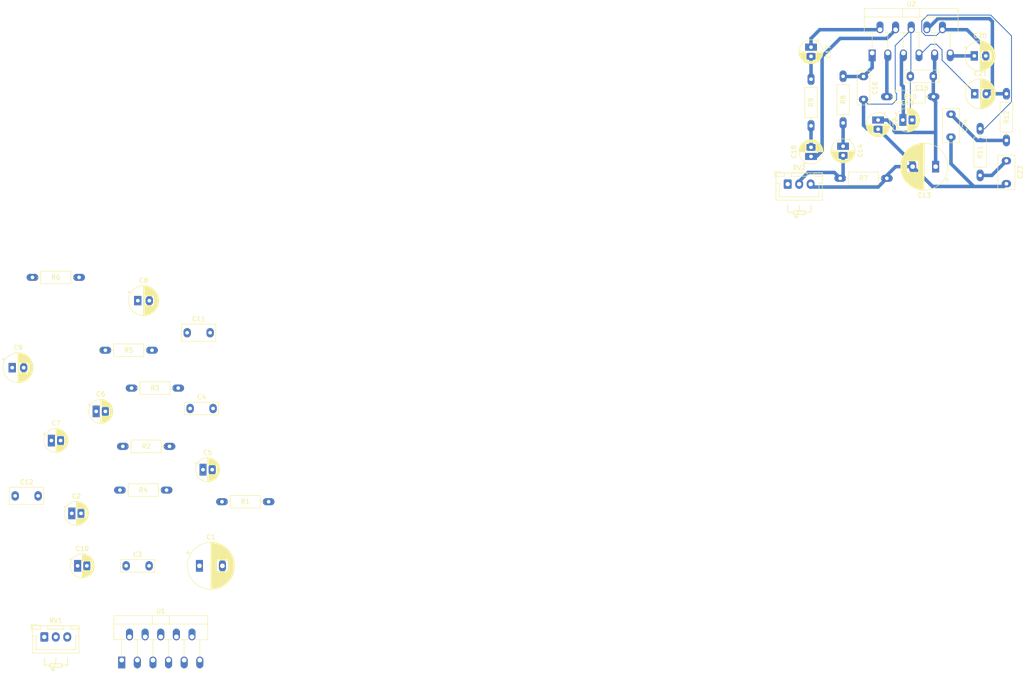
<source format=kicad_pcb>
(kicad_pcb (version 20211014) (generator pcbnew)
  (layers (0 "F.Cu" signal) (31 "B.Cu" signal) (34 "B.Paste" user) (35 "F.Paste" user) (36 "B.SilkS" user "B.Silkscreen") (37 "F.SilkS" user "F.Silkscreen") (38 "B.Mask" user) (39 "F.Mask" user) (44 "Edge.Cuts" user))
  (net 0 "")
  (net 1 "VCC")
  (net 2 "GND")
  (net 3 "Net-(C2-Pad1)")
  (net 4 "Net-(C2-Pad2)")
  (net 5 "Net-(C4-Pad1)")
  (net 6 "Net-(C5-Pad1)")
  (net 7 "Net-(C5-Pad2)")
  (net 8 "Net-(C6-Pad1)")
  (net 9 "Net-(C6-Pad2)")
  (net 10 "Net-(C7-Pad1)")
  (net 11 "Net-(C8-Pad1)")
  (net 12 "/Left Out +")
  (net 13 "Net-(C9-Pad1)")
  (net 14 "/Left Out -")
  (net 15 "Net-(C11-Pad1)")
  (net 16 "Net-(C12-Pad1)")
  (net 17 "Net-(C14-Pad1)")
  (net 18 "Net-(C14-Pad2)")
  (net 19 "Net-(C16-Pad1)")
  (net 20 "Net-(C17-Pad1)")
  (net 21 "Net-(C17-Pad2)")
  (net 22 "Net-(C18-Pad1)")
  (net 23 "Net-(C18-Pad2)")
  (net 24 "Net-(C19-Pad1)")
  (net 25 "Net-(C20-Pad1)")
  (net 26 "/Right Out +")
  (net 27 "Net-(C21-Pad1)")
  (net 28 "/Right Out -")
  (net 29 "Net-(C23-Pad1)")
  (net 30 "Net-(C24-Pad1)")
  (net 31 "Net-(R4-Pad2)")
  (net 32 "Net-(R10-Pad2)")
  (net 33 "/Left In")
  (net 34 "/Right In")
  (footprint "My_Misc:CP_Radial_D5.0mm_P2.00mm_larger" (layer "F.Cu") (at 190.5 80.965113 90)
    (fp_text reference "C18" (at 1 -3.75 90) (layer "F.SilkS"))
    (fp_text value "47u/25V")
    (pad "1" thru_hole rect (at 0 0 90) (size 1.524 2.54) (drill 0.8) (layers *.Cu *.Mask) (net 22 "Net-(C18-Pad1)"))
    (pad "2" thru_hole oval (at 2 0 90) (size 1.524 2.54) (drill 0.8) (layers *.Cu *.Mask) (net 23 "Net-(C18-Pad2)"))
  )
  (footprint "My_Misc:C_Rect_L7.2mm_W3.5mm_P5.00mm_FKS2_FKP2_MKS2_MKP2 large" (layer "F.Cu") (at 54.65 119.38)
    (fp_text reference "C11" (at 2.5 -3) (layer "F.SilkS"))
    (fp_text value "270n")
    (pad "1" thru_hole oval (at 0 0) (size 1.6 2.032) (drill 0.8) (layers *.Cu *.Mask) (net 15 "Net-(C11-Pad1)"))
    (pad "2" thru_hole oval (at 5 0) (size 1.6 2.032) (drill 0.8) (layers *.Cu *.Mask) (net 2 "GND"))
  )
  (footprint "My_Misc:CP_Radial_D5.0mm_P2.00mm_larger" (layer "F.Cu") (at 29.524888 158.75)
    (fp_text reference "C2" (at 1 -3.75) (layer "F.SilkS"))
    (fp_text value "1u/50V")
    (pad "1" thru_hole rect (at 0 0) (size 1.524 2.54) (drill 0.8) (layers *.Cu *.Mask) (net 3 "Net-(C2-Pad1)"))
    (pad "2" thru_hole oval (at 2 0) (size 1.524 2.54) (drill 0.8) (layers *.Cu *.Mask) (net 4 "Net-(C2-Pad2)"))
  )
  (footprint "My_Misc:CP_Radial_D5.0mm_P2.00mm_larger" (layer "F.Cu") (at 190.5 57.15 -90)
    (fp_text reference "C17" (at 1 -3.75 90) (layer "F.SilkS"))
    (fp_text value "47u/25V")
    (pad "1" thru_hole rect (at 0 0 270) (size 1.524 2.54) (drill 0.8) (layers *.Cu *.Mask) (net 20 "Net-(C17-Pad1)"))
    (pad "2" thru_hole oval (at 2 0 270) (size 1.524 2.54) (drill 0.8) (layers *.Cu *.Mask) (net 21 "Net-(C17-Pad2)"))
  )
  (footprint "My_Misc:CP_Radial_D6.3mm_P2.50mm_large" (layer "F.Cu") (at 16.55 127)
    (fp_text reference "C9" (at 1.25 -4.4) (layer "F.SilkS"))
    (fp_text value "100u/25V")
    (pad "1" thru_hole rect (at 0 0) (size 1.6 2.032) (drill 0.8) (layers *.Cu *.Mask) (net 13 "Net-(C9-Pad1)"))
    (pad "2" thru_hole oval (at 2.5 0) (size 1.6 2.032) (drill 0.8) (layers *.Cu *.Mask) (net 14 "/Left Out -"))
  )
  (footprint "My_Misc:R_Axial_DIN0207_L6.3mm_D2.5mm_P10.16mm_Horizontal_larger_pads" (layer "F.Cu") (at 196.85 85.725)
    (fp_text reference "R7" (at 5.08 0) (layer "F.SilkS"))
    (fp_text value "100k" hide)
    (pad "1" thru_hole oval (at 0 0) (size 2.54 1.524) (drill 0.8) (layers *.Cu *.Mask) (net 18 "Net-(C14-Pad2)"))
    (pad "2" thru_hole oval (at 10.16 0) (size 2.54 1.524) (drill 0.8) (layers *.Cu *.Mask) (net 2 "GND"))
  )
  (footprint "My_Misc:CP_Radial_D5.0mm_P2.00mm_larger" (layer "F.Cu") (at 197.485 78.74 -90)
    (fp_text reference "C14" (at 1 -3.75 90) (layer "F.SilkS"))
    (fp_text value "1u/50V")
    (pad "1" thru_hole rect (at 0 0 270) (size 1.524 2.54) (drill 0.8) (layers *.Cu *.Mask) (net 17 "Net-(C14-Pad1)"))
    (pad "2" thru_hole oval (at 2 0 270) (size 1.524 2.54) (drill 0.8) (layers *.Cu *.Mask) (net 18 "Net-(C14-Pad2)"))
  )
  (footprint "My_Misc:TO-220-11_P3.4x5.08mm_StaggerOdd_Lead4.85mm_Vertical_large" (layer "F.Cu") (at 40.395 190.7285)
    (fp_text reference "U1" (at 8.5 -10.7) (layer "F.SilkS"))
    (fp_text value "TDA2005")
    (pad "1" thru_hole rect (at 0 0) (size 1.524 2.54) (drill 1 (offset 0 0.508)) (layers *.Cu *.Mask) (net 5 "Net-(C4-Pad1)"))
    (pad "2" thru_hole oval (at 1.7 -5.08) (size 1.524 2.54) (drill 1 (offset 0 -0.508)) (layers *.Cu *.Mask) (net 6 "Net-(C5-Pad1)"))
    (pad "3" thru_hole oval (at 3.400001 0) (size 1.524 2.54) (drill 1 (offset 0 0.508)) (layers *.Cu *.Mask) (net 31 "Net-(R4-Pad2)"))
    (pad "4" thru_hole oval (at 5.1 -5.08) (size 1.524 2.54) (drill 1 (offset 0 -0.508)) (layers *.Cu *.Mask) (net 8 "Net-(C6-Pad1)"))
    (pad "5" thru_hole oval (at 6.799999 0) (size 1.524 2.54) (drill 1 (offset 0 0.508)) (layers *.Cu *.Mask) (net 10 "Net-(C7-Pad1)"))
    (pad "6" thru_hole oval (at 8.500001 -5.08) (size 1.524 2.54) (drill 1 (offset 0 -0.508)) (layers *.Cu *.Mask) (net 2 "GND"))
    (pad "7" thru_hole oval (at 10.2 0) (size 1.524 2.54) (drill 1 (offset 0 0.508)) (layers *.Cu *.Mask) (net 13 "Net-(C9-Pad1)"))
    (pad "8" thru_hole oval (at 11.899999 -5.08) (size 1.524 2.54) (drill 1 (offset 0 -0.508)) (layers *.Cu *.Mask) (net 14 "/Left Out -"))
    (pad "9" thru_hole oval (at 13.600001 0) (size 1.524 2.54) (drill 1 (offset 0 0.508)) (layers *.Cu *.Mask) (net 1 "VCC"))
    (pad "10" thru_hole oval (at 15.3 -5.08) (size 1.524 2.54) (drill 1 (offset 0 -0.508)) (layers *.Cu *.Mask) (net 12 "/Left Out +"))
    (pad "11" thru_hole oval (at 16.999999 0) (size 1.524 2.54) (drill 1 (offset 0 0.508)) (layers *.Cu *.Mask) (net 11 "Net-(C8-Pad1)"))
  )
  (footprint "My_Misc:C_Rect_L7.2mm_W2.5mm_P5.00mm_FKS2_FKP2_MKS2_MKP2 large" (layer "F.Cu") (at 55.285 135.89)
    (fp_text reference "C4" (at 2.5 -2.5) (layer "F.SilkS"))
    (fp_text value "1n")
    (pad "1" thru_hole oval (at 0 0) (size 1.6 2.032) (drill 0.8) (layers *.Cu *.Mask) (net 5 "Net-(C4-Pad1)"))
    (pad "2" thru_hole oval (at 5 0) (size 1.6 2.032) (drill 0.8) (layers *.Cu *.Mask) (net 2 "GND"))
  )
  (footprint "My_Misc:R_Axial_DIN0207_L6.3mm_D2.5mm_P10.16mm_Horizontal_larger_pads" (layer "F.Cu") (at 40.64 144.145)
    (fp_text reference "R2" (at 5.08 0) (layer "F.SilkS"))
    (fp_text value "4.7k" hide)
    (pad "1" thru_hole oval (at 0 0) (size 2.54 1.524) (drill 0.8) (layers *.Cu *.Mask) (net 3 "Net-(C2-Pad1)"))
    (pad "2" thru_hole oval (at 10.16 0) (size 2.54 1.524) (drill 0.8) (layers *.Cu *.Mask) (net 5 "Net-(C4-Pad1)"))
  )
  (footprint "My_Misc:C_Rect_L7.2mm_W3.5mm_P5.00mm_FKS2_FKP2_MKS2_MKP2 large" (layer "F.Cu") (at 233.045 81.915 -90)
    (fp_text reference "C23" (at 2.5 -3 90) (layer "F.SilkS"))
    (fp_text value "270n")
    (pad "1" thru_hole oval (at 0 0 270) (size 1.6 2.032) (drill 0.8) (layers *.Cu *.Mask) (net 29 "Net-(C23-Pad1)"))
    (pad "2" thru_hole oval (at 5 0 270) (size 1.6 2.032) (drill 0.8) (layers *.Cu *.Mask) (net 2 "GND"))
  )
  (footprint "My_Misc:CP_Radial_D5.0mm_P2.00mm_larger" (layer "F.Cu") (at 210.499888 73.025)
    (fp_text reference "C19" (at 1 -3.75) (layer "F.SilkS"))
    (fp_text value "1u/50V")
    (pad "1" thru_hole rect (at 0 0) (size 1.524 2.54) (drill 0.8) (layers *.Cu *.Mask) (net 24 "Net-(C19-Pad1)"))
    (pad "2" thru_hole oval (at 2 0) (size 1.524 2.54) (drill 0.8) (layers *.Cu *.Mask) (net 2 "GND"))
  )
  (footprint "My_Misc:R_Axial_DIN0207_L6.3mm_D2.5mm_P10.16mm_Horizontal_larger_pads" (layer "F.Cu") (at 40.005 153.67)
    (fp_text reference "R4" (at 5.08 0) (layer "F.SilkS"))
    (fp_text value "120k" hide)
    (pad "1" thru_hole oval (at 0 0) (size 2.54 1.524) (drill 0.8) (layers *.Cu *.Mask) (net 1 "VCC"))
    (pad "2" thru_hole oval (at 10.16 0) (size 2.54 1.524) (drill 0.8) (layers *.Cu *.Mask) (net 31 "Net-(R4-Pad2)"))
  )
  (footprint "My_Misc:R_Axial_DIN0207_L6.3mm_D2.5mm_P10.16mm_Horizontal_larger_pads" (layer "F.Cu") (at 227.33 74.93 -90)
    (fp_text reference "R11" (at 5.08 0 -270) (layer "F.SilkS"))
    (fp_text value "1R" hide)
    (pad "1" thru_hole oval (at 0 0 270) (size 2.54 1.524) (drill 0.8) (layers *.Cu *.Mask) (net 26 "/Right Out +"))
    (pad "2" thru_hole oval (at 10.16 0 270) (size 2.54 1.524) (drill 0.8) (layers *.Cu *.Mask) (net 29 "Net-(C23-Pad1)"))
  )
  (footprint "My_Misc:R_Axial_DIN0207_L6.3mm_D2.5mm_P10.16mm_Horizontal_larger_pads" (layer "F.Cu") (at 42.545 131.445)
    (fp_text reference "R3" (at 5.08 0) (layer "F.SilkS"))
    (fp_text value "330R" hide)
    (pad "1" thru_hole oval (at 0 0) (size 2.54 1.524) (drill 0.8) (layers *.Cu *.Mask) (net 7 "Net-(C5-Pad2)"))
    (pad "2" thru_hole oval (at 10.16 0) (size 2.54 1.524) (drill 0.8) (layers *.Cu *.Mask) (net 9 "Net-(C6-Pad2)"))
  )
  (footprint "My_Misc:CP_Radial_D10.0mm_P5.00mm_larger" (layer "F.Cu") (at 57.322323 170.18)
    (fp_text reference "C1" (at 2.5 -6.25) (layer "F.SilkS"))
    (fp_text value "470u/25V")
    (pad "1" thru_hole rect (at 0 0) (size 1.524 2.54) (drill 1) (layers *.Cu *.Mask) (net 1 "VCC"))
    (pad "2" thru_hole oval (at 5 0) (size 1.524 2.54) (drill 1) (layers *.Cu *.Mask) (net 2 "GND"))
  )
  (footprint "My_Misc:C_Rect_L7.2mm_W2.5mm_P5.00mm_FKS2_FKP2_MKS2_MKP2 large" (layer "F.Cu") (at 217.13 63.5 180)
    (fp_text reference "C15" (at 2.5 -2.5) (layer "F.SilkS"))
    (fp_text value "100n")
    (pad "1" thru_hole oval (at 0 0 180) (size 1.6 2.032) (drill 0.8) (layers *.Cu *.Mask) (net 1 "VCC"))
    (pad "2" thru_hole oval (at 5 0 180) (size 1.6 2.032) (drill 0.8) (layers *.Cu *.Mask) (net 2 "GND"))
  )
  (footprint "My_Misc:R_Axial_DIN0207_L6.3mm_D2.5mm_P10.16mm_Horizontal_larger_pads" (layer "F.Cu") (at 20.955 107.315)
    (fp_text reference "R6" (at 5.08 0) (layer "F.SilkS"))
    (fp_text value "1R" hide)
    (pad "1" thru_hole oval (at 0 0) (size 2.54 1.524) (drill 0.8) (layers *.Cu *.Mask) (net 14 "/Left Out -"))
    (pad "2" thru_hole oval (at 10.16 0) (size 2.54 1.524) (drill 0.8) (layers *.Cu *.Mask) (net 16 "Net-(C12-Pad1)"))
  )
  (footprint "My_Misc:CP_Radial_D6.3mm_P2.50mm_large" (layer "F.Cu") (at 226.147621 67.31)
    (fp_text reference "C21" (at 1.25 -4.4) (layer "F.SilkS"))
    (fp_text value "100u/25V")
    (pad "1" thru_hole rect (at 0 0) (size 1.6 2.032) (drill 0.8) (layers *.Cu *.Mask) (net 27 "Net-(C21-Pad1)"))
    (pad "2" thru_hole oval (at 2.5 0) (size 1.6 2.032) (drill 0.8) (layers *.Cu *.Mask) (net 28 "/Right Out -"))
  )
  (footprint "My_Misc:CP_Radial_D5.0mm_P2.00mm_larger" (layer "F.Cu") (at 34.83 136.525)
    (fp_text reference "C6" (at 1 -3.75) (layer "F.SilkS"))
    (fp_text value "47u/25V")
    (pad "1" thru_hole rect (at 0 0) (size 1.524 2.54) (drill 0.8) (layers *.Cu *.Mask) (net 8 "Net-(C6-Pad1)"))
    (pad "2" thru_hole oval (at 2 0) (size 1.524 2.54) (drill 0.8) (layers *.Cu *.Mask) (net 9 "Net-(C6-Pad2)"))
  )
  (footprint "My_Misc:C_Rect_L7.2mm_W2.5mm_P5.00mm_FKS2_FKP2_MKS2_MKP2 large" (layer "F.Cu") (at 41.355 170.18)
    (fp_text reference "C3" (at 2.5 -2.5) (layer "F.SilkS"))
    (fp_text value "100n")
    (pad "1" thru_hole oval (at 0 0) (size 1.6 2.032) (drill 0.8) (layers *.Cu *.Mask) (net 1 "VCC"))
    (pad "2" thru_hole oval (at 5 0) (size 1.6 2.032) (drill 0.8) (layers *.Cu *.Mask) (net 2 "GND"))
  )
  (footprint "My_Misc:C_Rect_L7.2mm_W3.5mm_P5.00mm_FKS2_FKP2_MKS2_MKP2 large" (layer "F.Cu") (at 220.98 71.755 -90)
    (fp_text reference "C24" (at 2.5 -3 90) (layer "F.SilkS"))
    (fp_text value "270n")
    (pad "1" thru_hole oval (at 0 0 270) (size 1.6 2.032) (drill 0.8) (layers *.Cu *.Mask) (net 30 "Net-(C24-Pad1)"))
    (pad "2" thru_hole oval (at 5 0 270) (size 1.6 2.032) (drill 0.8) (layers *.Cu *.Mask) (net 2 "GND"))
  )
  (footprint "My_Misc:R_Axial_DIN0207_L6.3mm_D2.5mm_P10.16mm_Horizontal_larger_pads" (layer "F.Cu") (at 217.17 67.945 180)
    (fp_text reference "R10" (at 5.08 0) (layer "F.SilkS"))
    (fp_text value "120k" hide)
    (pad "1" thru_hole oval (at 0 0 180) (size 2.54 1.524) (drill 0.8) (layers *.Cu *.Mask) (net 1 "VCC"))
    (pad "2" thru_hole oval (at 10.16 0 180) (size 2.54 1.524) (drill 0.8) (layers *.Cu *.Mask) (net 32 "Net-(R10-Pad2)"))
  )
  (footprint "My_Misc:R_Axial_DIN0207_L6.3mm_D2.5mm_P10.16mm_Horizontal_larger_pads" (layer "F.Cu") (at 190.5 64.135 -90)
    (fp_text reference "R9" (at 5.08 0 90) (layer "F.SilkS"))
    (fp_text value "330R" hide)
    (pad "1" thru_hole oval (at 0 0 270) (size 2.54 1.524) (drill 0.8) (layers *.Cu *.Mask) (net 21 "Net-(C17-Pad2)"))
    (pad "2" thru_hole oval (at 10.16 0 270) (size 2.54 1.524) (drill 0.8) (layers *.Cu *.Mask) (net 23 "Net-(C18-Pad2)"))
  )
  (footprint "My_Misc:R_Axial_DIN0207_L6.3mm_D2.5mm_P10.16mm_Horizontal_larger_pads" (layer "F.Cu") (at 197.485 73.66 90)
    (fp_text reference "R8" (at 5.08 0 90) (layer "F.SilkS"))
    (fp_text value "4.7k" hide)
    (pad "1" thru_hole oval (at 0 0 90) (size 2.54 1.524) (drill 0.8) (layers *.Cu *.Mask) (net 17 "Net-(C14-Pad1)"))
    (pad "2" thru_hole oval (at 10.16 0 90) (size 2.54 1.524) (drill 0.8) (layers *.Cu *.Mask) (net 19 "Net-(C16-Pad1)"))
  )
  (footprint "My_Misc:C_Rect_L7.2mm_W2.5mm_P5.00mm_FKS2_FKP2_MKS2_MKP2 large" (layer "F.Cu") (at 201.93 63.54 -90)
    (fp_text reference "C16" (at 2.5 -2.5 90) (layer "F.SilkS"))
    (fp_text value "1n")
    (pad "1" thru_hole oval (at 0 0 270) (size 1.6 2.032) (drill 0.8) (layers *.Cu *.Mask) (net 19 "Net-(C16-Pad1)"))
    (pad "2" thru_hole oval (at 5 0 270) (size 1.6 2.032) (drill 0.8) (layers *.Cu *.Mask) (net 2 "GND"))
  )
  (footprint "My_Misc:R_Axial_DIN0207_L6.3mm_D2.5mm_P10.16mm_Horizontal_larger_pads" (layer "F.Cu") (at 36.83 123.19)
    (fp_text reference "R5" (at 5.08 0) (layer "F.SilkS"))
    (fp_text value "1R" hide)
    (pad "1" thru_hole oval (at 0 0) (size 2.54 1.524) (drill 0.8) (layers *.Cu *.Mask) (net 12 "/Left Out +"))
    (pad "2" thru_hole oval (at 10.16 0) (size 2.54 1.524) (drill 0.8) (layers *.Cu *.Mask) (net 15 "Net-(C11-Pad1)"))
  )
  (footprint "My_Misc:CP_Radial_D6.3mm_P2.50mm_large" (layer "F.Cu") (at 226.06 59.055)
    (fp_text reference "C20" (at 1.25 -4.4) (layer "F.SilkS"))
    (fp_text value "100u/25V")
    (pad "1" thru_hole rect (at 0 0) (size 1.6 2.032) (drill 0.8) (layers *.Cu *.Mask) (net 25 "Net-(C20-Pad1)"))
    (pad "2" thru_hole oval (at 2.5 0) (size 1.6 2.032) (drill 0.8) (layers *.Cu *.Mask) (net 26 "/Right Out +"))
  )
  (footprint "My_Headers:3-pin JST Potentiometer" (layer "F.Cu") (at 185.42 86.995)
    (fp_text reference "RV2" (at 2.5 -3.55) (layer "F.SilkS"))
    (fp_text value "100k" hide)
    (pad "1" thru_hole roundrect (at 0 0) (size 1.7 2.032) (drill 0.95) (layers *.Cu *.Mask) (roundrect_rratio 0.147059) (net 34 "/Right In"))
    (pad "2" thru_hole oval (at 2.5 0) (size 1.7 2.032) (drill 0.95) (layers *.Cu *.Mask) (net 18 "Net-(C14-Pad2)"))
    (pad "3" thru_hole oval (at 5 0) (size 1.7 2.032) (drill 0.95) (layers *.Cu *.Mask) (net 2 "GND"))
  )
  (footprint "My_Misc:CP_Radial_D5.0mm_P2.00mm_larger" (layer "F.Cu") (at 25.079888 142.875)
    (fp_text reference "C7" (at 1 -3.75) (layer "F.SilkS"))
    (fp_text value "1u/50V")
    (pad "1" thru_hole rect (at 0 0) (size 1.524 2.54) (drill 0.8) (layers *.Cu *.Mask) (net 10 "Net-(C7-Pad1)"))
    (pad "2" thru_hole oval (at 2 0) (size 1.524 2.54) (drill 0.8) (layers *.Cu *.Mask) (net 2 "GND"))
  )
  (footprint "My_Misc:C_Rect_L7.2mm_W3.5mm_P5.00mm_FKS2_FKP2_MKS2_MKP2 large" (layer "F.Cu") (at 17.185 154.94)
    (fp_text reference "C12" (at 2.5 -3) (layer "F.SilkS"))
    (fp_text value "270n")
    (pad "1" thru_hole oval (at 0 0) (size 1.6 2.032) (drill 0.8) (layers *.Cu *.Mask) (net 16 "Net-(C12-Pad1)"))
    (pad "2" thru_hole oval (at 5 0) (size 1.6 2.032) (drill 0.8) (layers *.Cu *.Mask) (net 2 "GND"))
  )
  (footprint "My_Misc:CP_Radial_D5.0mm_P2.00mm_larger" (layer "F.Cu") (at 58.099888 149.225)
    (fp_text reference "C5" (at 1 -3.75) (layer "F.SilkS"))
    (fp_text value "47u/25V")
    (pad "1" thru_hole rect (at 0 0) (size 1.524 2.54) (drill 0.8) (layers *.Cu *.Mask) (net 6 "Net-(C5-Pad1)"))
    (pad "2" thru_hole oval (at 2 0) (size 1.524 2.54) (drill 0.8) (layers *.Cu *.Mask) (net 7 "Net-(C5-Pad2)"))
  )
  (footprint "My_Misc:CP_Radial_D6.3mm_P2.50mm_large" (layer "F.Cu") (at 43.902621 112.395)
    (fp_text reference "C8" (at 1.25 -4.4) (layer "F.SilkS"))
    (fp_text value "100u/25V")
    (pad "1" thru_hole rect (at 0 0) (size 1.6 2.032) (drill 0.8) (layers *.Cu *.Mask) (net 11 "Net-(C8-Pad1)"))
    (pad "2" thru_hole oval (at 2.5 0) (size 1.6 2.032) (drill 0.8) (layers *.Cu *.Mask) (net 12 "/Left Out +"))
  )
  (footprint "My_Misc:CP_Radial_D10.0mm_P5.00mm_larger" (layer "F.Cu") (at 217.632677 83.185 180)
    (fp_text reference "C13" (at 2.5 -6.25) (layer "F.SilkS"))
    (fp_text value "470u/25V")
    (pad "1" thru_hole rect (at 0 0 180) (size 1.524 2.54) (drill 1) (layers *.Cu *.Mask) (net 1 "VCC"))
    (pad "2" thru_hole oval (at 5 0 180) (size 1.524 2.54) (drill 1) (layers *.Cu *.Mask) (net 2 "GND"))
  )
  (footprint "My_Misc:TO-220-11_P3.4x5.08mm_StaggerOdd_Lead4.85mm_Vertical_large" (layer "F.Cu") (at 203.815 58.42)
    (fp_text reference "U2" (at 8.5 -10.7) (layer "F.SilkS"))
    (fp_text value "TDA2005")
    (pad "1" thru_hole rect (at 0 0) (size 1.524 2.54) (drill 1 (offset 0 0.508)) (layers *.Cu *.Mask) (net 19 "Net-(C16-Pad1)"))
    (pad "2" thru_hole oval (at 1.7 -5.08) (size 1.524 2.54) (drill 1 (offset 0 -0.508)) (layers *.Cu *.Mask) (net 20 "Net-(C17-Pad1)"))
    (pad "3" thru_hole oval (at 3.400001 0) (size 1.524 2.54) (drill 1 (offset 0 0.508)) (layers *.Cu *.Mask) (net 32 "Net-(R10-Pad2)"))
    (pad "4" thru_hole oval (at 5.1 -5.08) (size 1.524 2.54) (drill 1 (offset 0 -0.508)) (layers *.Cu *.Mask) (net 22 "Net-(C18-Pad1)"))
    (pad "5" thru_hole oval (at 6.799999 0) (size 1.524 2.54) (drill 1 (offset 0 0.508)) (layers *.Cu *.Mask) (net 24 "Net-(C19-Pad1)"))
    (pad "6" thru_hole oval (at 8.500001 -5.08) (size 1.524 2.54) (drill 1 (offset 0 -0.508)) (layers *.Cu *.Mask) (net 2 "GND"))
    (pad "7" thru_hole oval (at 10.2 0) (size 1.524 2.54) (drill 1 (offset 0 0.508)) (layers *.Cu *.Mask) (net 27 "Net-(C21-Pad1)"))
    (pad "8" thru_hole oval (at 11.899999 -5.08) (size 1.524 2.54) (drill 1 (offset 0 -0.508)) (layers *.Cu *.Mask) (net 28 "/Right Out -"))
    (pad "9" thru_hole oval (at 13.600001 0) (size 1.524 2.54) (drill 1 (offset 0 0.508)) (layers *.Cu *.Mask) (net 1 "VCC"))
    (pad "10" thru_hole oval (at 15.3 -5.08) (size 1.524 2.54) (drill 1 (offset 0 -0.508)) (layers *.Cu *.Mask) (net 26 "/Right Out +"))
    (pad "11" thru_hole oval (at 16.999999 0) (size 1.524 2.54) (drill 1 (offset 0 0.508)) (layers *.Cu *.Mask) (net 25 "Net-(C20-Pad1)"))
  )
  (footprint "My_Misc:CP_Radial_D5.0mm_P2.00mm_larger" (layer "F.Cu") (at 205.105 73.025 -90)
    (fp_text reference "C22" (at 1 -3.75 90) (layer "F.SilkS"))
    (fp_text value "10u/25V")
    (pad "1" thru_hole rect (at 0 0 270) (size 1.524 2.54) (drill 0.8) (layers *.Cu *.Mask) (net 1 "VCC"))
    (pad "2" thru_hole oval (at 2 0 270) (size 1.524 2.54) (drill 0.8) (layers *.Cu *.Mask) (net 2 "GND"))
  )
  (footprint "My_Headers:3-pin JST Potentiometer" (layer "F.Cu") (at 23.535 185.677)
    (fp_text reference "RV1" (at 2.5 -3.55) (layer "F.SilkS"))
    (fp_text value "100k" hide)
    (pad "1" thru_hole roundrect (at 0 0) (size 1.7 2.032) (drill 0.95) (layers *.Cu *.Mask) (roundrect_rratio 0.147059) (net 33 "/Left In"))
    (pad "2" thru_hole oval (at 2.5 0) (size 1.7 2.032) (drill 0.95) (layers *.Cu *.Mask) (net 4 "Net-(C2-Pad2)"))
    (pad "3" thru_hole oval (at 5 0) (size 1.7 2.032) (drill 0.95) (layers *.Cu *.Mask) (net 2 "GND"))
  )
  (footprint "My_Misc:CP_Radial_D5.0mm_P2.00mm_larger" (layer "F.Cu") (at 30.794888 170.18)
    (fp_text reference "C10" (at 1 -3.75) (layer "F.SilkS"))
    (fp_text value "10u/25V")
    (pad "1" thru_hole rect (at 0 0) (size 1.524 2.54) (drill 0.8) (layers *.Cu *.Mask) (net 1 "VCC"))
    (pad "2" thru_hole oval (at 2 0) (size 1.524 2.54) (drill 0.8) (layers *.Cu *.Mask) (net 2 "GND"))
  )
  (footprint "My_Misc:R_Axial_DIN0207_L6.3mm_D2.5mm_P10.16mm_Horizontal_larger_pads" (layer "F.Cu") (at 233.045 67.31 -90)
    (fp_text reference "R12" (at 5.08 0 -270) (layer "F.SilkS"))
    (fp_text value "1R" hide)
    (pad "1" thru_hole oval (at 0 0 270) (size 2.54 1.524) (drill 0.8) (layers *.Cu *.Mask) (net 28 "/Right Out -"))
    (pad "2" thru_hole oval (at 10.16 0 270) (size 2.54 1.524) (drill 0.8) (layers *.Cu *.Mask) (net 30 "Net-(C24-Pad1)"))
  )
  (footprint "My_Misc:R_Axial_DIN0207_L6.3mm_D2.5mm_P10.16mm_Horizontal_larger_pads" (layer "F.Cu") (at 62.23 156.21)
    (fp_text reference "R1" (at 5.08 0) (layer "F.SilkS"))
    (fp_text value "100k" hide)
    (pad "1" thru_hole oval (at 0 0) (size 2.54 1.524) (drill 0.8) (layers *.Cu *.Mask) (net 4 "Net-(C2-Pad2)"))
    (pad "2" thru_hole oval (at 10.16 0) (size 2.54 1.524) (drill 0.8) (layers *.Cu *.Mask) (net 2 "GND"))
  )
  (segment (start 208.895189 75.737323) (end 217.632677 75.737323) (width 0.762) (layer "B.Cu") (net 1))
  (segment (start 217.415001 58.42) (end 217.415001 63.889999) (width 0.762) (layer "B.Cu") (net 1))
  (segment (start 217.632677 69.042677) (end 217.17 68.58) (width 0.762) (layer "B.Cu") (net 1))
  (segment (start 207.137 73.025) (end 208.595377 74.483377) (width 0.762) (layer "B.Cu") (net 1))
  (segment (start 217.13 63.5) (end 217.13 67.905) (width 0.762) (layer "B.Cu") (net 1))
  (segment (start 205.105 73.025) (end 207.137 73.025) (width 0.762) (layer "B.Cu") (net 1))
  (segment (start 208.595377 74.483377) (end 208.595377 75.437511) (width 0.762) (layer "B.Cu") (net 1))
  (segment (start 208.595377 75.437511) (end 208.895189 75.737323) (width 0.762) (layer "B.Cu") (net 1))
  (segment (start 217.13 67.905) (end 217.17 67.945) (width 0.762) (layer "B.Cu") (net 1))
  (segment (start 217.415001 63.889999) (end 217.17 64.135) (width 0.762) (layer "B.Cu") (net 1))
  (segment (start 217.632677 83.185) (end 217.632677 69.042677) (width 0.762) (layer "B.Cu") (net 1))
  (segment (start 205.105 75.025) (end 202.787978 75.025) (width 0.762) (layer "B.Cu") (net 2))
  (segment (start 202.91852 69.56852) (end 201.93 68.58) (width 0.2) (layer "B.Cu") (net 2))
  (segment (start 212.13 63.5) (end 212.238519 63.391481) (width 0.2) (layer "B.Cu") (net 2))
  (segment (start 212.13 72.43) (end 212.725 73.025) (width 0.2) (layer "B.Cu") (net 2))
  (segment (start 208.838521 66.969517) (end 209.14152 67.272516) (width 0.2) (layer "B.Cu") (net 2))
  (segment (start 212.632677 82.457677) (end 205.105 74.93) (width 0.762) (layer "B.Cu") (net 2))
  (segment (start 212.13 63.5) (end 212.13 72.43) (width 0.2) (layer "B.Cu") (net 2))
  (segment (start 202.787978 75.025) (end 201.93 74.167022) (width 0.762) (layer "B.Cu") (net 2))
  (segment (start 209.14152 67.272516) (end 209.14152 68.617484) (width 0.2) (layer "B.Cu") (net 2))
  (segment (start 201.93 74.167022) (end 201.93 68.58) (width 0.762) (layer "B.Cu") (net 2))
  (segment (start 212.238519 52.853519) (end 212.09 52.705) (width 0.2) (layer "B.Cu") (net 2))
  (segment (start 208.915 83.185) (end 207.01 85.09) (width 0.762) (layer "B.Cu") (net 2))
  (segment (start 190.42 86.995) (end 191.05452 87.62952) (width 0.762) (layer "B.Cu") (net 2))
  (segment (start 212.632677 83.185) (end 216.950197 87.50252) (width 0.762) (layer "B.Cu") (net 2))
  (segment (start 220.98 82.55) (end 220.98 76.835) (width 0.762) (layer "B.Cu") (net 2))
  (segment (start 233.045 86.915) (end 232.45748 87.50252) (width 0.762) (layer "B.Cu") (net 2))
  (segment (start 212.315001 53.34) (end 208.838521 56.81648) (width 0.2) (layer "B.Cu") (net 2))
  (segment (start 232.45748 87.50252) (end 225.93252 87.50252) (width 0.762) (layer "B.Cu") (net 2))
  (segment (start 191.05452 87.62952) (end 205.10548 87.62952) (width 0.762) (layer "B.Cu") (net 2))
  (segment (start 207.01 85.09) (end 207.01 85.725) (width 0.762) (layer "B.Cu") (net 2))
  (segment (start 209.14152 68.617484) (end 208.190484 69.56852) (width 0.2) (layer "B.Cu") (net 2))
  (segment (start 208.838521 56.81648) (end 208.838521 66.969517) (width 0.2) (layer "B.Cu") (net 2))
  (segment (start 205.10548 87.62952) (end 207.01 85.725) (width 0.762) (layer "B.Cu") (net 2))
  (segment (start 212.632677 83.185) (end 212.632677 82.457677) (width 0.762) (layer "B.Cu") (net 2))
  (segment (start 208.190484 69.56852) (end 202.91852 69.56852) (width 0.2) (layer "B.Cu") (net 2))
  (segment (start 212.632677 83.185) (end 208.915 83.185) (width 0.762) (layer "B.Cu") (net 2))
  (segment (start 216.950197 87.50252) (end 225.93252 87.50252) (width 0.762) (layer "B.Cu") (net 2))
  (segment (start 212.238519 63.391481) (end 212.238519 52.853519) (width 0.2) (layer "B.Cu") (net 2))
  (segment (start 225.93252 87.50252) (end 220.98 82.55) (width 0.762) (layer "B.Cu") (net 2))
  (segment (start 197.485 73.66) (end 197.485 78.74) (width 0.762) (layer "B.Cu") (net 17))
  (segment (start 197.485 80.74) (end 197.485 85.09) (width 0.762) (layer "B.Cu") (net 18))
  (segment (start 189.865 84.455) (end 187.96 86.36) (width 0.762) (layer "B.Cu") (net 18))
  (segment (start 195.58 84.455) (end 189.865 84.455) (width 0.762) (layer "B.Cu") (net 18))
  (segment (start 187.96 86.36) (end 187.96 86.995) (width 0.762) (layer "B.Cu") (net 18))
  (segment (start 196.85 85.725) (end 195.58 84.455) (width 0.762) (layer "B.Cu") (net 18))
  (segment (start 197.485 85.09) (end 196.85 85.725) (width 0.762) (layer "B.Cu") (net 18))
  (segment (start 203.815 58.42) (end 203.815 61.615) (width 0.762) (layer "B.Cu") (net 19))
  (segment (start 203.815 61.615) (end 201.93 63.5) (width 0.762) (layer "B.Cu") (net 19))
  (segment (start 197.525 63.54) (end 197.485 63.5) (width 0.762) (layer "B.Cu") (net 19))
  (segment (start 201.93 63.54) (end 197.525 63.54) (width 0.762) (layer "B.Cu") (net 19))
  (segment (start 192.405 53.34) (end 190.5 55.245) (width 0.762) (layer "B.Cu") (net 20))
  (segment (start 190.5 55.245) (end 190.5 57.15) (width 0.762) (layer "B.Cu") (net 20))
  (segment (start 205.515 53.34) (end 192.405 53.34) (width 0.762) (layer "B.Cu") (net 20))
  (segment (start 190.5 59.15) (end 190.5 64.77) (width 0.762) (layer "B.Cu") (net 21))
  (segment (start 192.91252 79.753991) (end 191.796878 80.869633) (width 0.762) (layer "B.Cu") (net 22))
  (segment (start 208.915 53.34) (end 207.01048 55.24452) (width 0.762) (layer "B.Cu") (net 22))
  (segment (start 196.85048 55.24452) (end 192.91252 59.18248) (width 0.762) (layer "B.Cu") (net 22))
  (segment (start 191.796878 80.869633) (end 190.5 80.869633) (width 0.762) (layer "B.Cu") (net 22))
  (segment (start 192.91252 59.18248) (end 192.91252 79.753991) (width 0.762) (layer "B.Cu") (net 22))
  (segment (start 207.01048 55.24452) (end 196.85048 55.24452) (width 0.762) (layer "B.Cu") (net 22))
  (segment (start 190.5 74.295) (end 190.5 78.74) (width 0.762) (layer "B.Cu") (net 23))
  (segment (start 210.185 58.849999) (end 210.185 65.33752) (width 0.762) (layer "B.Cu") (net 24))
  (segment (start 210.614999 58.42) (end 210.185 58.849999) (width 0.762) (layer "B.Cu") (net 24))
  (segment (start 210.595368 65.747888) (end 210.595368 73.025) (width 0.762) (layer "B.Cu") (net 24))
  (segment (start 210.185 65.33752) (end 210.595368 65.747888) (width 0.762) (layer "B.Cu") (net 24))
  (segment (start 226.06 59.055) (end 220.98 59.055) (width 0.762) (layer "B.Cu") (net 25))
  (segment (start 215.9 50.165) (end 214.603479 51.461521) (width 0.2) (layer "B.Cu") (net 26))
  (segment (start 234.15652 54.688408) (end 229.633112 50.165) (width 0.2) (layer "B.Cu") (net 26))
  (segment (start 214.603479 53.800406) (end 215.413073 54.61) (width 0.2) (layer "B.Cu") (net 26))
  (segment (start 227.33 74.93) (end 228.292 74.93) (width 0.2) (layer "B.Cu") (net 26))
  (segment (start 224.446022 53.34) (end 228.6 57.493978) (width 0.762) (layer "B.Cu") (net 26))
  (segment (start 217.805 54.61) (end 219.075 53.34) (width 0.2) (layer "B.Cu") (net 26))
  (segment (start 228.292 74.93) (end 234.15652 69.06548) (width 0.2) (layer "B.Cu") (net 26))
  (segment (start 228.6 57.493978) (end 228.6 59.055) (width 0.762) (layer "B.Cu") (net 26))
  (segment (start 229.633112 50.165) (end 215.9 50.165) (width 0.2) (layer "B.Cu") (net 26))
  (segment (start 214.603479 51.461521) (end 214.603479 53.800406) (width 0.2) (layer "B.Cu") (net 26))
  (segment (start 215.413073 54.61) (end 217.805 54.61) (width 0.2) (layer "B.Cu") (net 26))
  (segment (start 234.15652 69.06548) (end 234.15652 54.688408) (width 0.2) (layer "B.Cu") (net 26))
  (segment (start 219.115 53.34) (end 224.446022 53.34) (width 0.762) (layer "B.Cu") (net 26))
  (segment (start 226.147621 67.094) (end 219.038521 59.9849) (width 0.2) (layer "B.Cu") (net 27))
  (segment (start 219.038521 57.747516) (end 217.806005 56.515) (width 0.2) (layer "B.Cu") (net 27))
  (segment (start 217.806005 56.515) (end 216.535 56.515) (width 0.2) (layer "B.Cu") (net 27))
  (segment (start 216.535 56.515) (end 213.995 59.055) (width 0.2) (layer "B.Cu") (net 27))
  (segment (start 219.038521 59.9849) (end 219.038521 57.747516) (width 0.2) (layer "B.Cu") (net 27))
  (segment (start 226.147621 67.31) (end 226.147621 67.094) (width 0.2) (layer "B.Cu") (net 27))
  (segment (start 218.123519 50.93148) (end 229.36648 50.93148) (width 0.762) (layer "B.Cu") (net 28))
  (segment (start 228.647621 67.31) (end 232.41 67.31) (width 0.762) (layer "B.Cu") (net 28))
  (segment (start 229.99052 65.91948) (end 228.6 67.31) (width 0.762) (layer "B.Cu") (net 28))
  (segment (start 232.41 67.31) (end 233.045 66.675) (width 0.762) (layer "B.Cu") (net 28))
  (segment (start 215.714999 53.34) (end 218.123519 50.93148) (width 0.762) (layer "B.Cu") (net 28))
  (segment (start 229.36648 50.93148) (end 229.99052 51.55552) (width 0.762) (layer "B.Cu") (net 28))
  (segment (start 229.99052 51.55552) (end 229.99052 65.91948) (width 0.762) (layer "B.Cu") (net 28))
  (segment (start 229.87 85.09) (end 233.045 81.915) (width 0.762) (layer "B.Cu") (net 29))
  (segment (start 227.33 85.09) (end 229.87 85.09) (width 0.762) (layer "B.Cu") (net 29))
  (segment (start 227.45748 77.34252) (end 227.33 77.34252) (width 0.762) (layer "B.Cu") (net 30))
  (segment (start 233.045 77.47) (end 227.965 77.47) (width 0.762) (layer "B.Cu") (net 30))
  (segment (start 227.45748 77.47) (end 227.45748 77.34252) (width 0.762) (layer "B.Cu") (net 30))
  (segment (start 227.965 77.47) (end 226.668602 77.47) (width 0.762) (layer "B.Cu") (net 30))
  (segment (start 226.668602 77.47) (end 220.953602 71.755) (width 0.762) (layer "B.Cu") (net 30))
  (segment (start 227.965 77.47) (end 227.45748 77.47) (width 0.762) (layer "B.Cu") (net 30))
  (segment (start 220.953602 71.755) (end 220.345 71.755) (width 0.762) (layer "B.Cu") (net 30))
  (segment (start 207.215001 58.42) (end 207.01 58.625001) (width 0.762) (layer "B.Cu") (net 32))
  (segment (start 207.01 58.625001) (end 207.01 67.945) (width 0.762) (layer "B.Cu") (net 32))
)
</source>
